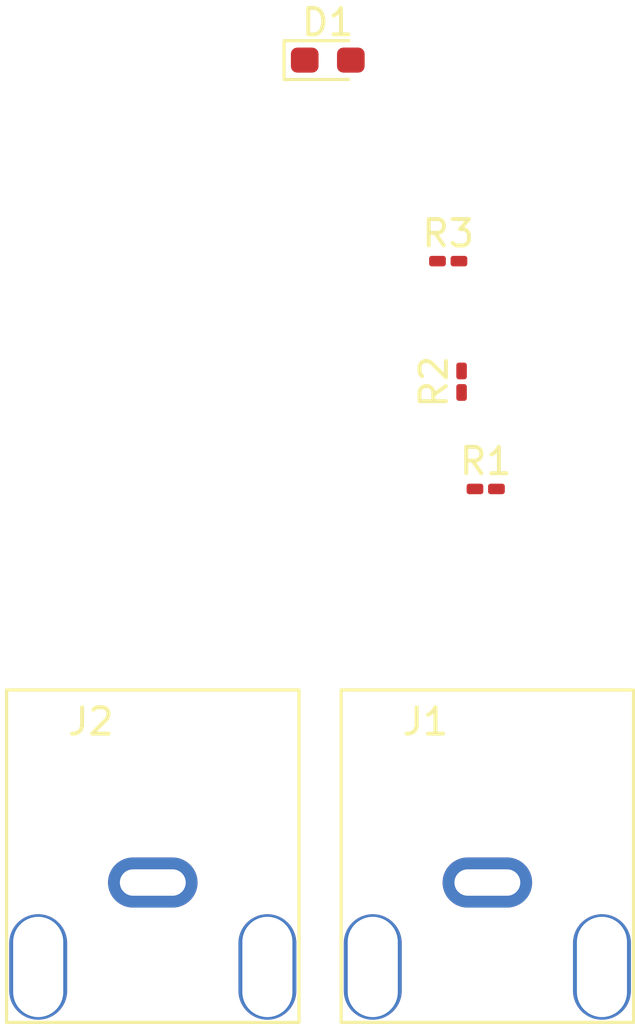
<source format=kicad_pcb>
(kicad_pcb (version 20171130) (host pcbnew 5.1.7-a382d34a8~88~ubuntu18.04.1)

  (general
    (thickness 1.6)
    (drawings 0)
    (tracks 0)
    (zones 0)
    (modules 6)
    (nets 6)
  )

  (page A4)
  (layers
    (0 F.Cu signal)
    (31 B.Cu signal)
    (32 B.Adhes user)
    (33 F.Adhes user)
    (34 B.Paste user)
    (35 F.Paste user)
    (36 B.SilkS user)
    (37 F.SilkS user)
    (38 B.Mask user)
    (39 F.Mask user)
    (40 Dwgs.User user)
    (41 Cmts.User user)
    (42 Eco1.User user)
    (43 Eco2.User user)
    (44 Edge.Cuts user)
    (45 Margin user)
    (46 B.CrtYd user)
    (47 F.CrtYd user)
    (48 B.Fab user hide)
    (49 F.Fab user hide)
  )

  (setup
    (last_trace_width 0.25)
    (trace_clearance 0.2)
    (zone_clearance 0.508)
    (zone_45_only no)
    (trace_min 0.2)
    (via_size 0.8)
    (via_drill 0.4)
    (via_min_size 0.4)
    (via_min_drill 0.3)
    (uvia_size 0.3)
    (uvia_drill 0.1)
    (uvias_allowed no)
    (uvia_min_size 0.2)
    (uvia_min_drill 0.1)
    (edge_width 0.05)
    (segment_width 0.2)
    (pcb_text_width 0.3)
    (pcb_text_size 1.5 1.5)
    (mod_edge_width 0.12)
    (mod_text_size 1 1)
    (mod_text_width 0.15)
    (pad_size 1.524 1.524)
    (pad_drill 0.762)
    (pad_to_mask_clearance 0)
    (aux_axis_origin 0 0)
    (visible_elements FFFFFF7F)
    (pcbplotparams
      (layerselection 0x010fc_ffffffff)
      (usegerberextensions false)
      (usegerberattributes true)
      (usegerberadvancedattributes true)
      (creategerberjobfile true)
      (excludeedgelayer true)
      (linewidth 0.100000)
      (plotframeref false)
      (viasonmask false)
      (mode 1)
      (useauxorigin false)
      (hpglpennumber 1)
      (hpglpenspeed 20)
      (hpglpendiameter 15.000000)
      (psnegative false)
      (psa4output false)
      (plotreference true)
      (plotvalue true)
      (plotinvisibletext false)
      (padsonsilk false)
      (subtractmaskfromsilk false)
      (outputformat 1)
      (mirror false)
      (drillshape 1)
      (scaleselection 1)
      (outputdirectory ""))
  )

  (net 0 "")
  (net 1 "Net-(D1-Pad2)")
  (net 2 "Net-(D1-Pad1)")
  (net 3 "Net-(J1-Pad1)")
  (net 4 "Net-(R1-Pad2)")
  (net 5 "Net-(R2-Pad2)")

  (net_class Default "This is the default net class."
    (clearance 0.2)
    (trace_width 0.25)
    (via_dia 0.8)
    (via_drill 0.4)
    (uvia_dia 0.3)
    (uvia_drill 0.1)
    (add_net "Net-(D1-Pad1)")
    (add_net "Net-(D1-Pad2)")
    (add_net "Net-(J1-Pad1)")
    (add_net "Net-(R1-Pad2)")
    (add_net "Net-(R2-Pad2)")
  )

  (module Resistor_SMD:R_0201_0603Metric_Pad0.64x0.40mm_HandSolder (layer F.Cu) (tedit 5F6BB9E0) (tstamp 600BABDD)
    (at 152.4 118.872)
    (descr "Resistor SMD 0201 (0603 Metric), square (rectangular) end terminal, IPC_7351 nominal with elongated pad for handsoldering. (Body size source: https://www.vishay.com/docs/20052/crcw0201e3.pdf), generated with kicad-footprint-generator")
    (tags "resistor handsolder")
    (path /60139B6D)
    (attr smd)
    (fp_text reference R3 (at 0 -1.05) (layer F.SilkS)
      (effects (font (size 1 1) (thickness 0.15)))
    )
    (fp_text value R (at 0 1.05) (layer F.Fab)
      (effects (font (size 1 1) (thickness 0.15)))
    )
    (fp_text user %R (at 0 -0.68) (layer F.Fab)
      (effects (font (size 0.25 0.25) (thickness 0.04)))
    )
    (fp_line (start -0.3 0.15) (end -0.3 -0.15) (layer F.Fab) (width 0.1))
    (fp_line (start -0.3 -0.15) (end 0.3 -0.15) (layer F.Fab) (width 0.1))
    (fp_line (start 0.3 -0.15) (end 0.3 0.15) (layer F.Fab) (width 0.1))
    (fp_line (start 0.3 0.15) (end -0.3 0.15) (layer F.Fab) (width 0.1))
    (fp_line (start -0.88 0.35) (end -0.88 -0.35) (layer F.CrtYd) (width 0.05))
    (fp_line (start -0.88 -0.35) (end 0.88 -0.35) (layer F.CrtYd) (width 0.05))
    (fp_line (start 0.88 -0.35) (end 0.88 0.35) (layer F.CrtYd) (width 0.05))
    (fp_line (start 0.88 0.35) (end -0.88 0.35) (layer F.CrtYd) (width 0.05))
    (pad 2 smd roundrect (at 0.4075 0) (size 0.635 0.4) (layers F.Cu F.Mask) (roundrect_rratio 0.25)
      (net 1 "Net-(D1-Pad2)"))
    (pad 1 smd roundrect (at -0.4075 0) (size 0.635 0.4) (layers F.Cu F.Mask) (roundrect_rratio 0.25)
      (net 5 "Net-(R2-Pad2)"))
    (pad "" smd roundrect (at 0.4325 0) (size 0.458 0.36) (layers F.Paste) (roundrect_rratio 0.25))
    (pad "" smd roundrect (at -0.4325 0) (size 0.458 0.36) (layers F.Paste) (roundrect_rratio 0.25))
    (model ${KISYS3DMOD}/Resistor_SMD.3dshapes/R_0201_0603Metric.wrl
      (at (xyz 0 0 0))
      (scale (xyz 1 1 1))
      (rotate (xyz 0 0 0))
    )
  )

  (module Resistor_SMD:R_0201_0603Metric_Pad0.64x0.40mm_HandSolder (layer F.Cu) (tedit 5F6BB9E0) (tstamp 600BABCC)
    (at 152.908 123.444 90)
    (descr "Resistor SMD 0201 (0603 Metric), square (rectangular) end terminal, IPC_7351 nominal with elongated pad for handsoldering. (Body size source: https://www.vishay.com/docs/20052/crcw0201e3.pdf), generated with kicad-footprint-generator")
    (tags "resistor handsolder")
    (path /601392BD)
    (attr smd)
    (fp_text reference R2 (at 0 -1.05 90) (layer F.SilkS)
      (effects (font (size 1 1) (thickness 0.15)))
    )
    (fp_text value R (at 0 1.05 90) (layer F.Fab)
      (effects (font (size 1 1) (thickness 0.15)))
    )
    (fp_text user %R (at 0 -0.68 90) (layer F.Fab)
      (effects (font (size 0.25 0.25) (thickness 0.04)))
    )
    (fp_line (start -0.3 0.15) (end -0.3 -0.15) (layer F.Fab) (width 0.1))
    (fp_line (start -0.3 -0.15) (end 0.3 -0.15) (layer F.Fab) (width 0.1))
    (fp_line (start 0.3 -0.15) (end 0.3 0.15) (layer F.Fab) (width 0.1))
    (fp_line (start 0.3 0.15) (end -0.3 0.15) (layer F.Fab) (width 0.1))
    (fp_line (start -0.88 0.35) (end -0.88 -0.35) (layer F.CrtYd) (width 0.05))
    (fp_line (start -0.88 -0.35) (end 0.88 -0.35) (layer F.CrtYd) (width 0.05))
    (fp_line (start 0.88 -0.35) (end 0.88 0.35) (layer F.CrtYd) (width 0.05))
    (fp_line (start 0.88 0.35) (end -0.88 0.35) (layer F.CrtYd) (width 0.05))
    (pad 2 smd roundrect (at 0.4075 0 90) (size 0.635 0.4) (layers F.Cu F.Mask) (roundrect_rratio 0.25)
      (net 5 "Net-(R2-Pad2)"))
    (pad 1 smd roundrect (at -0.4075 0 90) (size 0.635 0.4) (layers F.Cu F.Mask) (roundrect_rratio 0.25)
      (net 4 "Net-(R1-Pad2)"))
    (pad "" smd roundrect (at 0.4325 0 90) (size 0.458 0.36) (layers F.Paste) (roundrect_rratio 0.25))
    (pad "" smd roundrect (at -0.4325 0 90) (size 0.458 0.36) (layers F.Paste) (roundrect_rratio 0.25))
    (model ${KISYS3DMOD}/Resistor_SMD.3dshapes/R_0201_0603Metric.wrl
      (at (xyz 0 0 0))
      (scale (xyz 1 1 1))
      (rotate (xyz 0 0 0))
    )
  )

  (module Resistor_SMD:R_0201_0603Metric_Pad0.64x0.40mm_HandSolder (layer F.Cu) (tedit 5F6BB9E0) (tstamp 600BABBB)
    (at 153.8235 127.508)
    (descr "Resistor SMD 0201 (0603 Metric), square (rectangular) end terminal, IPC_7351 nominal with elongated pad for handsoldering. (Body size source: https://www.vishay.com/docs/20052/crcw0201e3.pdf), generated with kicad-footprint-generator")
    (tags "resistor handsolder")
    (path /60135364)
    (attr smd)
    (fp_text reference R1 (at 0 -1.05) (layer F.SilkS)
      (effects (font (size 1 1) (thickness 0.15)))
    )
    (fp_text value R (at 0 1.05) (layer F.Fab)
      (effects (font (size 1 1) (thickness 0.15)))
    )
    (fp_text user %R (at 0 -0.68) (layer F.Fab)
      (effects (font (size 0.25 0.25) (thickness 0.04)))
    )
    (fp_line (start -0.3 0.15) (end -0.3 -0.15) (layer F.Fab) (width 0.1))
    (fp_line (start -0.3 -0.15) (end 0.3 -0.15) (layer F.Fab) (width 0.1))
    (fp_line (start 0.3 -0.15) (end 0.3 0.15) (layer F.Fab) (width 0.1))
    (fp_line (start 0.3 0.15) (end -0.3 0.15) (layer F.Fab) (width 0.1))
    (fp_line (start -0.88 0.35) (end -0.88 -0.35) (layer F.CrtYd) (width 0.05))
    (fp_line (start -0.88 -0.35) (end 0.88 -0.35) (layer F.CrtYd) (width 0.05))
    (fp_line (start 0.88 -0.35) (end 0.88 0.35) (layer F.CrtYd) (width 0.05))
    (fp_line (start 0.88 0.35) (end -0.88 0.35) (layer F.CrtYd) (width 0.05))
    (pad 2 smd roundrect (at 0.4075 0) (size 0.635 0.4) (layers F.Cu F.Mask) (roundrect_rratio 0.25)
      (net 4 "Net-(R1-Pad2)"))
    (pad 1 smd roundrect (at -0.4075 0) (size 0.635 0.4) (layers F.Cu F.Mask) (roundrect_rratio 0.25)
      (net 3 "Net-(J1-Pad1)"))
    (pad "" smd roundrect (at 0.4325 0) (size 0.458 0.36) (layers F.Paste) (roundrect_rratio 0.25))
    (pad "" smd roundrect (at -0.4325 0) (size 0.458 0.36) (layers F.Paste) (roundrect_rratio 0.25))
    (model ${KISYS3DMOD}/Resistor_SMD.3dshapes/R_0201_0603Metric.wrl
      (at (xyz 0 0 0))
      (scale (xyz 1 1 1))
      (rotate (xyz 0 0 0))
    )
  )

  (module AERO_CUSTOM:DF22-1P (layer F.Cu) (tedit 600B6920) (tstamp 600BAD8E)
    (at 135.636 135.128)
    (path /6013580E)
    (fp_text reference J2 (at 3.2 1.2) (layer F.SilkS)
      (effects (font (size 1 1) (thickness 0.15)))
    )
    (fp_text value Conn_01x01 (at 7.2 -3.4) (layer F.Fab)
      (effects (font (size 1 1) (thickness 0.15)))
    )
    (fp_line (start 0 0) (end 11.1 0) (layer F.SilkS) (width 0.12))
    (fp_line (start 11.1 0) (end 11.1 12.6) (layer F.SilkS) (width 0.12))
    (fp_line (start 11.1 12.6) (end 0 12.6) (layer F.SilkS) (width 0.12))
    (fp_line (start 0 12.6) (end 0 0) (layer F.SilkS) (width 0.12))
    (pad "" thru_hole oval (at 9.9 10.5 90) (size 4 2.2) (drill oval 3.8 1.9) (layers *.Cu *.Mask))
    (pad "" thru_hole oval (at 1.2 10.5 90) (size 4 2.2) (drill oval 3.8 1.9) (layers *.Cu *.Mask))
    (pad 1 thru_hole oval (at 5.55 7.3) (size 3.4 1.9) (drill oval 2.5 1) (layers *.Cu *.Mask)
      (net 2 "Net-(D1-Pad1)"))
  )

  (module AERO_CUSTOM:DF22-1P (layer F.Cu) (tedit 600B6920) (tstamp 600BAB9F)
    (at 148.336 135.128)
    (path /601350AE)
    (fp_text reference J1 (at 3.2 1.2) (layer F.SilkS)
      (effects (font (size 1 1) (thickness 0.15)))
    )
    (fp_text value Conn_01x01 (at 7.2 -3.4) (layer F.Fab)
      (effects (font (size 1 1) (thickness 0.15)))
    )
    (fp_line (start 0 0) (end 11.1 0) (layer F.SilkS) (width 0.12))
    (fp_line (start 11.1 0) (end 11.1 12.6) (layer F.SilkS) (width 0.12))
    (fp_line (start 11.1 12.6) (end 0 12.6) (layer F.SilkS) (width 0.12))
    (fp_line (start 0 12.6) (end 0 0) (layer F.SilkS) (width 0.12))
    (pad "" thru_hole oval (at 9.9 10.5 90) (size 4 2.2) (drill oval 3.8 1.9) (layers *.Cu *.Mask))
    (pad "" thru_hole oval (at 1.2 10.5 90) (size 4 2.2) (drill oval 3.8 1.9) (layers *.Cu *.Mask))
    (pad 1 thru_hole oval (at 5.55 7.3) (size 3.4 1.9) (drill oval 2.5 1) (layers *.Cu *.Mask)
      (net 3 "Net-(J1-Pad1)"))
  )

  (module LED_SMD:LED_0603_1608Metric_Pad1.05x0.95mm_HandSolder (layer F.Cu) (tedit 5F68FEF1) (tstamp 600BAB94)
    (at 147.828 111.252)
    (descr "LED SMD 0603 (1608 Metric), square (rectangular) end terminal, IPC_7351 nominal, (Body size source: http://www.tortai-tech.com/upload/download/2011102023233369053.pdf), generated with kicad-footprint-generator")
    (tags "LED handsolder")
    (path /6013607A)
    (attr smd)
    (fp_text reference D1 (at 0 -1.43) (layer F.SilkS)
      (effects (font (size 1 1) (thickness 0.15)))
    )
    (fp_text value LED (at 0 1.43) (layer F.Fab)
      (effects (font (size 1 1) (thickness 0.15)))
    )
    (fp_text user %R (at 0 0) (layer F.Fab)
      (effects (font (size 0.4 0.4) (thickness 0.06)))
    )
    (fp_line (start 0.8 -0.4) (end -0.5 -0.4) (layer F.Fab) (width 0.1))
    (fp_line (start -0.5 -0.4) (end -0.8 -0.1) (layer F.Fab) (width 0.1))
    (fp_line (start -0.8 -0.1) (end -0.8 0.4) (layer F.Fab) (width 0.1))
    (fp_line (start -0.8 0.4) (end 0.8 0.4) (layer F.Fab) (width 0.1))
    (fp_line (start 0.8 0.4) (end 0.8 -0.4) (layer F.Fab) (width 0.1))
    (fp_line (start 0.8 -0.735) (end -1.66 -0.735) (layer F.SilkS) (width 0.12))
    (fp_line (start -1.66 -0.735) (end -1.66 0.735) (layer F.SilkS) (width 0.12))
    (fp_line (start -1.66 0.735) (end 0.8 0.735) (layer F.SilkS) (width 0.12))
    (fp_line (start -1.65 0.73) (end -1.65 -0.73) (layer F.CrtYd) (width 0.05))
    (fp_line (start -1.65 -0.73) (end 1.65 -0.73) (layer F.CrtYd) (width 0.05))
    (fp_line (start 1.65 -0.73) (end 1.65 0.73) (layer F.CrtYd) (width 0.05))
    (fp_line (start 1.65 0.73) (end -1.65 0.73) (layer F.CrtYd) (width 0.05))
    (pad 2 smd roundrect (at 0.875 0) (size 1.05 0.95) (layers F.Cu F.Paste F.Mask) (roundrect_rratio 0.25)
      (net 1 "Net-(D1-Pad2)"))
    (pad 1 smd roundrect (at -0.875 0) (size 1.05 0.95) (layers F.Cu F.Paste F.Mask) (roundrect_rratio 0.25)
      (net 2 "Net-(D1-Pad1)"))
    (model ${KISYS3DMOD}/LED_SMD.3dshapes/LED_0603_1608Metric.wrl
      (at (xyz 0 0 0))
      (scale (xyz 1 1 1))
      (rotate (xyz 0 0 0))
    )
  )

)

</source>
